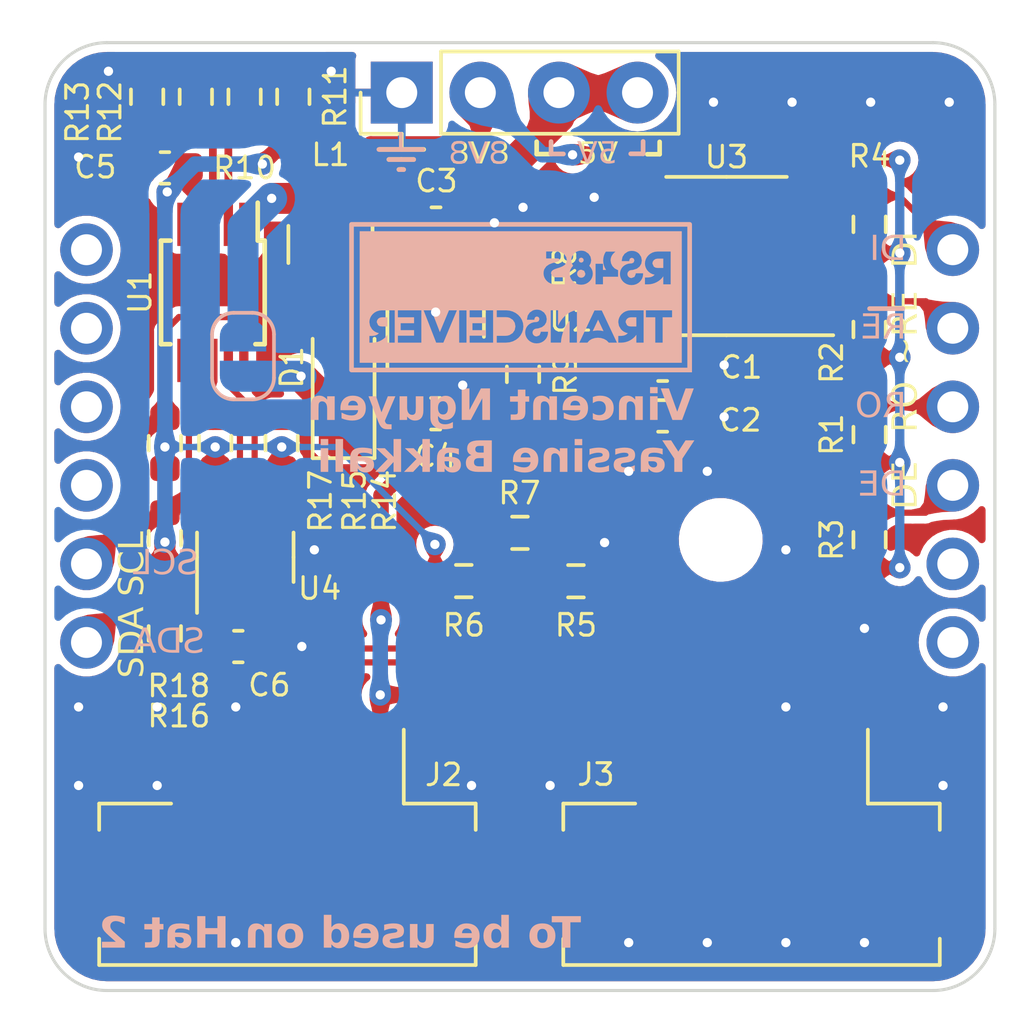
<source format=kicad_pcb>
(kicad_pcb (version 20221018) (generator pcbnew)
  (title_block (title "RS485 Hat + Temperature sensor PCB") (date "2023-07-17") (rev "2") (company "EPFL Xplore") (comment 4 "Authors: Vincent Nguyen, Yassine Bakkali"))
  (layers (0 "F.Cu" signal) (31 "B.Cu" signal) (34 "B.Paste" user) (35 "F.Paste" user) (36 "B.SilkS" user "B.Silkscreen") (37 "F.SilkS" user "F.Silkscreen") (38 "B.Mask" user) (39 "F.Mask" user) (44 "Edge.Cuts" user))
  (net 0 "")
  (net 1 "+5V")
  (net 2 "+3V3")
  (net 7 "VDD")
  (net 9 "/RO")
  (net 10 "/~{RE}")
  (net 11 "/DE")
  (net 12 "GND")
  (net 14 "/DI")
  (net 15 "/FB")
  (net 16 "/SW")
  (net 17 "/RS485-")
  (net 18 "/RS485+")
  (net 19 "/SDAOUT")
  (net 20 "/SCLOUT")
  (net 21 "/XORL")
  (net 22 "/XORH")
  (net 25 "/SCL")
  (net 26 "/SDA")
  (net 27 "+20V")
  (footprint "Resistor_SMD:R_0603_1608Metric" (layer "F.Cu") (at 96.975301 47.889978 -90)
    (fp_text reference "R12")
    (fp_text value "1M")
  )
  (footprint "Connector_JST:JST_PH_B4B-PH-SM4-TB_1x04-1MP_P2.00mm_Vertical" (layer "F.Cu") (at 99.935001 71.60542 180)
    (fp_text reference "J2")
    (fp_text value "B4B-PH-SM4-TB")
  )
  (footprint "Connector_JST:JST_PH_B4B-PH-SM4-TB_1x04-1MP_P2.00mm_Vertical" (layer "F.Cu") (at 114.935001 71.60542 180)
    (fp_text reference "J3")
    (fp_text value "B4B-PH-SM4-TB")
  )
  (footprint "Resistor_SMD:R_0603_1608Metric" (layer "F.Cu") (at 95.972501 65.24292 90)
    (fp_text reference "R16")
    (fp_text value "200R")
  )
  (footprint "Resistor_SMD:R_0603_1608Metric" (layer "F.Cu") (at 97.600301 59.089978 90)
    (fp_text reference "R15")
    (fp_text value "10k")
  )
  (footprint "Capacitor_SMD:C_0603_1608Metric_Pad1.08x0.95mm_HandSolder" (layer "F.Cu") (at 104.737801 51.974978)
    (fp_text reference "C3")
    (fp_text value "1uF")
  )
  (footprint "Resistor_SMD:R_0603_1608Metric_Pad0.98x0.95mm_HandSolder" (layer "F.Cu") (at 109.260001 63.55542 180)
    (fp_text reference "R5")
    (fp_text value "20k")
  )
  (footprint "Resistor_SMD:R_0603_1608Metric_Pad0.98x0.95mm_HandSolder" (layer "F.Cu") (at 107.550301 56.864978 90)
    (fp_text reference "R9")
    (fp_text value "76k8")
  )
  (footprint "Resistor_SMD:R_0603_1608Metric" (layer "F.Cu") (at 95.975301 59.089978 90)
    (fp_text reference "R17")
    (fp_text value "DNP")
  )
  (footprint "Capacitor_SMD:C_0603_1608Metric" (layer "F.Cu") (at 98.347501 65.66792)
    (fp_text reference "C6")
    (fp_text value "0.1uF")
  )
  (footprint "Resistor_SMD:R_0603_1608Metric" (layer "F.Cu") (at 95.975301 62.164978 90)
    (fp_text reference "R18")
    (fp_text value "DNP")
  )
  (footprint "Diode_SMD:D_SOD-123F" (layer "F.Cu") (at 101.750301 57.364978 90)
    (fp_text reference "D1")
    (fp_text value "RB161MM-20TR")
  )
  (footprint "0_connectors:Hat_connector_hole" (layer "F.Cu") (at 107.440001 56.64542)
    (fp_text reference "J1" hide)
    (fp_text value "Hat_connector_hole")
  )
  (footprint "Resistor_SMD:R_0603_1608Metric_Pad0.98x0.95mm_HandSolder" (layer "F.Cu") (at 107.550301 53.389978 90)
    (fp_text reference "R8")
    (fp_text value "5k1")
  )
  (footprint "Package_SO:SOIC-8_3.9x4.9mm_P1.27mm" (layer "F.Cu") (at 114.125301 53.039978 180)
    (fp_text reference "U3")
    (fp_text value "MAX3486")
  )
  (footprint "Resistor_SMD:R_0603_1608Metric_Pad0.98x0.95mm_HandSolder" (layer "F.Cu") (at 118.750301 52.014978 90)
    (fp_text reference "R4")
    (fp_text value "10k")
  )
  (footprint "Resistor_SMD:R_0603_1608Metric" (layer "F.Cu") (at 98.550301 47.889978 -90)
    (fp_text reference "R10")
    (fp_text value "1M")
  )
  (footprint "Resistor_SMD:R_0603_1608Metric_Pad0.98x0.95mm_HandSolder" (layer "F.Cu") (at 118.750301 55.414978 90)
    (fp_text reference "R2")
    (fp_text value "10k")
  )
  (footprint "Capacitor_SMD:C_0603_1608Metric" (layer "F.Cu") (at 95.975301 50.189978 180)
    (fp_text reference "C5")
    (fp_text value "0.1uF")
  )
  (footprint "Resistor_SMD:R_0603_1608Metric_Pad0.98x0.95mm_HandSolder" (layer "F.Cu") (at 107.450001 61.99042 180)
    (fp_text reference "R7")
    (fp_text value "120R")
  )
  (footprint "Resistor_SMD:R_0603_1608Metric" (layer "F.Cu") (at 100.125301 47.889978 90)
    (fp_text reference "R11")
    (fp_text value "523k")
  )
  (footprint "Resistor_SMD:R_0603_1608Metric" (layer "F.Cu") (at 99.747501 59.089978 90)
    (fp_text reference "R14")
    (fp_text value "10k")
  )
  (footprint "Package_SO:MSOP-10_3x3mm_P0.5mm" (layer "F.Cu") (at 97.525301 54.214978 -90)
    (fp_text reference "U1")
    (fp_text value "LTC4316")
  )
  (footprint "Capacitor_SMD:C_0603_1608Metric_Pad1.08x0.95mm_HandSolder" (layer "F.Cu") (at 112.062801 56.569978)
    (fp_text reference "C1")
    (fp_text value "0.1uF")
  )
  (footprint "Resistor_SMD:R_0603_1608Metric" (layer "F.Cu") (at 95.400301 47.889978 90)
    (fp_text reference "R13")
    (fp_text value "523k")
  )
  (footprint "Capacitor_SMD:C_0603_1608Metric_Pad1.08x0.95mm_HandSolder" (layer "F.Cu") (at 112.062801 58.209978)
    (fp_text reference "C2")
    (fp_text value "10uF")
  )
  (footprint "Inductor_SMD:L_1210_3225Metric_Pad1.42x2.65mm_HandSolder" (layer "F.Cu") (at 101.325301 52.664978 -90)
    (fp_text reference "L1")
    (fp_text value "10uH")
  )
  (footprint "Package_TO_SOT_SMD:SOT-23-5" (layer "F.Cu") (at 98.572501 62.78042 90)
    (fp_text reference "U4")
    (fp_text value "MCP9800A0T-M/OT")
  )
  (footprint "Resistor_SMD:R_0603_1608Metric_Pad0.98x0.95mm_HandSolder" (layer "F.Cu") (at 105.635001 63.55042 180)
    (fp_text reference "R6")
    (fp_text value "20k")
  )
  (footprint "Resistor_SMD:R_0603_1608Metric_Pad0.98x0.95mm_HandSolder" (layer "F.Cu") (at 118.750301 62.214978 90)
    (fp_text reference "R3")
    (fp_text value "10k")
  )
  (footprint "Capacitor_SMD:C_0603_1608Metric_Pad1.08x0.95mm_HandSolder" (layer "F.Cu") (at 104.725301 58.139978)
    (fp_text reference "C4")
    (fp_text value "1uF")
  )
  (footprint "Package_TO_SOT_SMD:SOT-23-5" (layer "F.Cu") (at 104.725301 54.852478 90)
    (fp_text reference "U2")
    (fp_text value "AP3012")
  )
  (footprint "Resistor_SMD:R_0603_1608Metric_Pad0.98x0.95mm_HandSolder" (layer "F.Cu") (at 118.750301 58.814978 90)
    (fp_text reference "R1")
    (fp_text value "10k")
  )
  (footprint "Jumper:SolderJumper-2_P1.3mm_Open_RoundedPad1.0x1.5mm" (layer "B.Cu") (at 98.5 56.275 -90)
    (fp_text reference "JP1" hide)
    (fp_text value "BOOST_BYPASS")
  )
  (footprint "kibuzzard-64B3FF95" (layer "B.Cu") (at 107.475301 54.364978 180)
    (fp_text reference "kibuzzard-64B3FF95" hide)
    (fp_text value "G***" hide)
  )
  (gr_line (start 103.540301 50.243728) (end 103.615301 50.243728) (stroke (width 0.15)) (layer "B.SilkS"))
  (gr_poly (pts (xy 102.006251 52.015928) (xy 102.006251 56.724978) (xy 112.935301 56.724978) (xy 112.935301 52.015928)) (stroke (width 0.15)) (fill none) (layer "B.SilkS"))
  (gr_line (start 118.750301 54.739978) (end 119.825301 54.739978) (stroke (width 0.15)) (layer "B.SilkS"))
  (gr_line (start 111.430301 49.333728) (end 111.430301 49.733728) (stroke (width 0.15)) (layer "B.SilkS"))
  (gr_line (start 102.890301 49.593728) (end 103.600301 49.593728) (stroke (width 0.15)) (layer "B.SilkS"))
  (gr_line (start 111.430301 49.733728) (end 111.030301 49.733728) (stroke (width 0.15)) (layer "B.SilkS"))
  (gr_line (start 103.600301 49.593728) (end 104.310301 49.593728) (stroke (width 0.15)) (layer "B.SilkS"))
  (gr_line (start 108.855301 49.738728) (end 108.455303 49.738728) (stroke (width 0.15)) (layer "B.SilkS"))
  (gr_line (start 103.690301 50.243728) (end 103.615301 50.243728) (stroke (width 0.15)) (layer "B.SilkS"))
  (gr_line (start 104.015301 49.918728) (end 103.615301 49.918728) (stroke (width 0.15)) (layer "B.SilkS"))
  (gr_line (start 108.455303 49.738728) (end 108.455302 49.338728) (stroke (width 0.15)) (layer "B.SilkS"))
  (gr_line (start 103.600301 49.593728) (end 103.600301 49.086228) (stroke (width 0.12)) (layer "B.SilkS"))
  (gr_line (start 103.215301 49.918728) (end 103.615301 49.918728) (stroke (width 0.15)) (layer "B.SilkS"))
  (gr_line (start 111.965 49.34792) (end 111.964999 49.74792) (stroke (width 0.15)) (layer "F.SilkS"))
  (gr_line (start 107.990001 49.74292) (end 107.990001 49.34292) (stroke (width 0.15)) (layer "F.SilkS"))
  (gr_line (start 111.964999 49.74792) (end 111.565001 49.74792) (stroke (width 0.15)) (layer "F.SilkS"))
  (gr_line (start 103.615001 49.91792) (end 104.015001 49.91792) (stroke (width 0.15)) (layer "F.SilkS"))
  (gr_line (start 103.630001 49.59292) (end 104.340001 49.59292) (stroke (width 0.15)) (layer "F.SilkS"))
  (gr_line (start 103.615001 50.24292) (end 103.540001 50.24292) (stroke (width 0.15)) (layer "F.SilkS"))
  (gr_line (start 103.615001 50.24292) (end 103.690001 50.24292) (stroke (width 0.15)) (layer "F.SilkS"))
  (gr_line (start 108.390001 49.74292) (end 107.990001 49.74292) (stroke (width 0.15)) (layer "F.SilkS"))
  (gr_line (start 102.920001 49.59292) (end 103.630001 49.59292) (stroke (width 0.15)) (layer "F.SilkS"))
  (gr_line (start 103.615001 49.91792) (end 103.215001 49.91792) (stroke (width 0.15)) (layer "F.SilkS"))
  (gr_line (start 103.630001 49.08542) (end 103.630001 49.59292) (stroke (width 0.12)) (layer "F.SilkS"))
  (gr_arc (start 94.100301 76.789978) (mid 92.686087 76.204192) (end 92.100301 74.789978) (stroke (width 0.1)) (layer "Edge.Cuts"))
  (gr_arc (start 92.100301 48.139978) (mid 92.686087 46.725764) (end 94.100301 46.139978) (stroke (width 0.1)) (layer "Edge.Cuts"))
  (gr_line (start 120.800301 76.789978) (end 94.100301 76.789978) (stroke (width 0.1)) (layer "Edge.Cuts"))
  (gr_arc (start 122.800301 74.789978) (mid 122.214515 76.204192) (end 120.800301 76.789978) (stroke (width 0.1)) (layer "Edge.Cuts"))
  (gr_arc (start 120.800301 46.139978) (mid 122.214515 46.725764) (end 122.800301 48.139978) (stroke (width 0.1)) (layer "Edge.Cuts"))
  (gr_line (start 122.800301 48.139978) (end 122.800301 74.789978) (stroke (width 0.1)) (layer "Edge.Cuts"))
  (gr_line (start 94.100301 46.139978) (end 120.800301 46.139978) (stroke (width 0.1)) (layer "Edge.Cuts"))
  (gr_line (start 92.100301 74.789978) (end 92.100301 48.139978) (stroke (width 0.1)) (layer "Edge.Cuts"))
  (gr_text "5V" (at 109.940301 49.746228) (layer "B.SilkS") (effects (font (size 0.7 0.7) (thickness 0.1)) (justify mirror)))
  (gr_text "To be used on Hat 2" (at 109.425301 74.989978) (layer "B.SilkS") (effects (font (size 1 1) (thickness 0.16) bold) (justify left mirror)))
  (gr_text "3V3" (at 106.090301 49.756228) (layer "B.SilkS") (effects (font (size 0.7 0.7) (thickness 0.1)) (justify mirror)))
  (gr_text "Vincent Nguyen\nYassine Bakkali" (at 113.075301 58.764978) (layer "B.SilkS") (effects (font (size 1 1) (thickness 0.16) bold) (justify left mirror)))
  (gr_text "3V3" (at 106.170001 49.75542) (layer "F.SilkS") (effects (font (size 0.7 0.7) (thickness 0.1))))
  (gr_text "DE" (at 119.940001 60.45542 90) (layer "F.SilkS") (effects (font (size 0.8 0.8) (thickness 0.1))))
  (gr_text "RO" (at 119.940001 57.91542 90) (layer "F.SilkS") (effects (font (size 0.8 0.8) (thickness 0.1))))
  (gr_text "5V" (at 109.980001 49.75542) (layer "F.SilkS") (effects (font (size 0.7 0.7) (thickness 0.1))))
  (segment (start 105.175301 52.789978) (end 104.075301 52.789978) (width 0.2) (layer "F.Cu") (net 1))
  (segment (start 104.390301 50.799978) (end 103.875301 51.314978) (width 1) (layer "F.Cu") (net 1))
  (segment (start 108.710001 47.75542) (end 111.250001 47.75542) (width 1) (layer "F.Cu") (net 1))
  (segment (start 105.675301 53.289978) (end 105.300301 52.914978) (width 0.2) (layer "F.Cu") (net 1))
  (segment (start 103.875301 51.314978) (end 103.875301 51.974978) (width 1) (layer "F.Cu") (net 1))
  (segment (start 105.675301 53.714978) (end 105.675301 53.289978) (width 0.2) (layer "F.Cu") (net 1))
  (segment (start 108.710001 47.75542) (end 108.710001 48.555278) (width 1) (layer "F.Cu") (net 1))
  (segment (start 105.300301 52.914978) (end 105.175301 52.789978) (width 0.2) (layer "F.Cu") (net 1))
  (segment (start 101.322823 51.175) (end 101.325301 51.177478) (width 1) (layer "F.Cu") (net 1))
  (segment (start 108.710001 48.555278) (end 106.465301 50.799978) (width 1) (layer "F.Cu") (net 1))
  (segment (start 99.425 51.175) (end 101.322823 51.175) (width 1) (layer "F.Cu") (net 1))
  (segment (start 106.465301 50.799978) (end 104.390301 50.799978) (width 1) (layer "F.Cu") (net 1))
  (via (at 99.425 51.175) (size 0.7) (drill 0.3) (layers "F.Cu" "B.Cu") (net 1))
  (segment (start 98.5 52.1) (end 99.425 51.175) (width 1) (layer "B.Cu") (net 1))
  (segment (start 98.5 55.625) (end 98.5 52.1) (width 1) (layer "B.Cu") (net 1))
  (segment (start 97.600301 59.914978) (end 97.600301 59.214478) (width 0.2) (layer "F.Cu") (net 2))
  (segment (start 98.550301 47.064978) (end 99.400301 47.914978) (width 0.3) (layer "F.Cu") (net 2))
  (segment (start 102.400301 49.639978) (end 101.550301 49.639978) (width 0.5) (layer "F.Cu") (net 2))
  (segment (start 102.625301 49.414978) (end 102.400301 49.639978) (width 0.5) (layer "F.Cu") (net 2))
  (segment (start 113.925301 49.939978) (end 113.150301 49.939978) (width 0.3) (layer "F.Cu") (net 2))
  (segment (start 119.725301 49.939978) (end 113.925301 49.939978) (width 0.3) (layer "F.Cu") (net 2))
  (segment (start 111.650301 56.119978) (end 111.200301 56.569978) (width 0.3) (layer "F.Cu") (net 2))
  (segment (start 106.170001 49.169633) (end 106.170001 47.75542) (width 0.5) (layer "F.Cu") (net 2))
  (segment (start 101.550301 48.339978) (end 101.550301 48.989978) (width 0.3) (layer "F.Cu") (net 2))
  (segment (start 118.750301 59.727478) (end 119.712801 59.727478) (width 0.2) (layer "F.Cu") (net 2))
  (segment (start 119.712801 56.327478) (end 119.725301 56.314978) (width 0.2) (layer "F.Cu") (net 2))
  (segment (start 118.750301 56.327478) (end 119.712801 56.327478) (width 0.2) (layer "F.Cu") (net 2))
  (segment (start 96.750301 50.789978) (end 96.862801 50.902478) (width 0.5) (layer "F.Cu") (net 2))
  (segment (start 111.650301 54.944978) (end 111.650301 56.119978) (width 0.3) (layer "F.Cu") (net 2))
  (segment (start 97.025301 51.064978) (end 96.862801 50.902478) (width 0.3) (layer "F.Cu") (net 2))
  (segment (start 101.625301 49.414978) (end 102.625301 49.414978) (width 0.3) (layer "F.Cu") (net 2))
  (segment (start 119.712801 59.727478) (end 119.725301 59.714978) (width 0.2) (layer "F.Cu") (net 2))
  (segment (start 97.025301 52.014978) (end 96.525301 52.014978) (width 0.2) (layer "F.Cu") (net 2))
  (segment (start 101.250301 49.639978) (end 101.550301 49.339978) (width 0.3) (layer "F.Cu") (net 2))
  (segment (start 96.750301 50.264978) (end 96.050301 50.964978) (width 0.5) (layer "F.Cu") (net 2))
  (segment (start 100.425301 49.639978) (end 99.550301 49.639978) (width 0.5) (layer "F.Cu") (net 2))
  (segment (start 97.025301 52.014978) (end 97.025301 51.064978) (width 0.3) (layer "F.Cu") (net 2))
  (segment (start 104.700301 62.364978) (end 104.700301 63.52822) (width 0.2) (layer "F.Cu") (net 2))
  (segment (start 99.550301 49.639978) (end 99.125301 50.064978) (width 0.5) (layer "F.Cu") (net 2))
  (segment (start 101.550301 49.639978) (end 101.100301 49.639978) (width 0.5) (layer "F.Cu") (net 2))
  (segment (start 102.625301 49.414978) (end 105.924656 49.414978) (width 0.5) (layer "F.Cu") (net 2))
  (segment (start 111.200301 56.569978) (end 111.200301 58.209978) (width 0.3) (layer "F.Cu") (net 2))
  (segment (start 109.150301 49.764978) (end 112.975301 49.764978) (width 0.5) (layer "F.Cu") (net 2))
  (segment (start 104.700301 63.52822) (end 104.722501 63.55042) (width 0.2) (layer "F.Cu") (net 2))
  (segment (start 119.712801 52.927478) (end 119.725301 52.939978) (width 0.2) (layer "F.Cu") (net 2))
  (segment (start 101.100301 49.639978) (end 100.425301 49.639978) (width 0.5) (layer "F.Cu") (net 2))
  (segment (start 101.125301 47.914978) (end 101.550301 48.339978) (width 0.3) (layer "F.Cu") (net 2))
  (segment (start 101.550301 48.989978) (end 101.550301 49.639978) (width 0.3) (layer "F.Cu") (net 2))
  (segment (start 101.550301 49.339978) (end 101.625301 49.414978) (width 0.3) (layer "F.Cu") (net 2))
  (segment (start 119.712801 63.127478) (end 119.725301 63.114978) (width 0.2) (layer "F.Cu") (net 2))
  (segment (start 113.700301 49.939978) (end 113.425301 50.214978) (width 0.3) (layer "F.Cu") (net 2))
  (segment (start 113.425301 54.389978) (end 112.870301 54.944978) (width 0.5) (layer "F.Cu") (net 2))
  (segment (start 118.750301 63.127478) (end 119.712801 63.127478) (width 0.2) (layer "F.Cu") (net 2))
  (segment (start 101.550301 48.989978) (end 101.550301 49.339978) (width 0.3) (layer "F.Cu") (net 2))
  (segment (start 101.100301 49.639978) (end 101.250301 49.639978) (width 0.3) (layer "F.Cu") (net 2))
  (segment (start 96.750301 50.189978) (end 96.750301 50.264978) (width 0.5) (layer "F.Cu") (net 2))
  (segment (start 95.972501 64.41792) (end 95.972501 62.992778) (width 0.5) (layer "F.Cu") (net 2))
  (segment (start 99.597501 59.417278) (end 99.600301 59.414478) (width 0.2) (layer "F.Cu") (net 2))
  (segment (start 105.924656 49.414978) (end 106.170001 49.169633) (width 0.5) (layer "F.Cu") (net 2))
  (segment (start 95.972501 62.992778) (end 95.975301 62.989978) (width 0.5) (layer "F.Cu") (net 2))
  (segment (start 113.925301 49.939978) (end 113.700301 49.939978) (width 0.3) (layer "F.Cu") (net 2))
  (segment (start 95.975301 59.914978) (end 95.975301 59.214478) (width 0.2) (layer "F.Cu") (net 2))
  (segment (start 113.150301 49.939978) (end 112.975301 49.764978) (width 0.3) (layer "F.Cu") (net 2))
  (segment (start 113.425301 50.214978) (end 113.425301 54.389978) (width 0.5) (layer "F.Cu") (net 2))
  (segment (start 118.750301 52.927478) (end 119.712801 52.927478) (width 0.2) (layer "F.Cu") (net 2))
  (segment (start 99.597501 60.114978) (end 99.597501 59.417278) (width 0.2) (layer "F.Cu") (net 2))
  (segment (start 99.400301 47.914978) (end 101.125301 47.914978) (width 0.3) (layer "F.Cu") (net 2))
  (segment (start 96.750301 50.189978) (end 96.750301 50.789978) (width 0.5) (layer "F.Cu") (net 2))
  (segment (start 112.870301 54.944978) (end 111.650301 54.944978) (width 0.5) (layer "F.Cu") (net 2))
  (segment (start 95.975301 62.989978) (end 95.975301 62.289478) (width 0.5) (layer "F.Cu") (net 2))
  (segment (start 112.975301 49.764978) (end 113.425301 50.214978) (width 0.5) (layer "F.Cu") (net 2))
  (segment (start 96.975301 47.064978) (end 98.550301 47.064978) (width 0.3) (layer "F.Cu") (net 2))
  (via (at 119.725301 59.714978) (size 0.7) (drill 0.3) (layers "F.Cu" "B.Cu") (net 2))
  (via (at 99.125301 50.064978) (size 0.7) (drill 0.3) (layers "F.Cu" "B.Cu") (net 2))
  (via (at 119.725301 49.939978) (size 0.7) (drill 0.3) (layers "F.Cu" "B.Cu") (net 2))
  (via (at 119.725301 63.114978) (size 0.7) (drill 0.3) (layers "F.Cu" "B.Cu") (net 2))
  (via (at 119.725301 56.314978) (size 0.7) (drill 0.3) (layers "F.Cu" "B.Cu") (net 2))
  (via (at 99.750301 59.214478) (size 0.7) (drill 0.3) (layers "F.Cu" "B.Cu") (net 2))
  (via (at 104.700301 62.364978) (size 0.7) (drill 0.3) (layers "F.Cu" "B.Cu") (net 2))
  (via (at 95.975301 59.214478) (size 0.7) (drill 0.3) (layers "F.Cu" "B.Cu") (net 2))
  (via (at 109.150301 49.764978) (size 0.7) (drill 0.3) (layers "F.Cu" "B.Cu") (net 2))
  (via (at 96.050301 50.964978) (size 0.7) (drill 0.3) (layers "F.Cu" "B.Cu") (net 2))
  (via (at 95.975301 62.289478) (size 0.7) (drill 0.3) (layers "F.Cu" "B.Cu") (net 2))
  (via (at 97.600301 59.214478) (size 0.7) (drill 0.3) (layers "F.Cu" "B.Cu") (net 2))
  (via (at 119.725301 52.939978) (size 0.7) (drill 0.3) (layers "F.Cu" "B.Cu") (net 2))
  (segment (start 95.975301 59.214478) (end 97.600301 59.214478) (width 0.2) (layer "B.Cu") (net 2))
  (segment (start 95.975301 62.289478) (end 95.975301 59.214478) (width 0.5) (layer "B.Cu") (net 2))
  (segment (start 99.750301 59.214478) (end 101.549801 59.214478) (width 0.2) (layer "B.Cu") (net 2))
  (segment (start 99.750301 59.214478) (end 97.600301 59.214478) (width 0.2) (layer "B.Cu") (net 2))
  (segment (start 101.549801 59.214478) (end 104.700301 62.364978) (width 0.2) (layer "B.Cu") (net 2))
  (segment (start 119.725301 56.314978) (end 119.725301 52.939978) (width 0.3) (layer "B.Cu") (net 2))
  (segment (start 108.179559 49.764978) (end 109.150301 49.764978) (width 0.5) (layer "B.Cu") (net 2))
  (segment (start 119.725301 63.114978) (end 119.725301 59.714978) (width 0.3) (layer "B.Cu") (net 2))
  (segment (start 95.975301 51.039978) (end 95.975301 59.214478) (width 0.5) (layer "B.Cu") (net 2))
  (segment (start 96.950301 50.064978) (end 96.050301 50.964978) (width 0.5) (layer "B.Cu") (net 2))
  (segment (start 119.725301 52.939978) (end 119.725301 49.939978) (width 0.3) (layer "B.Cu") (net 2))
  (segment (start 119.725301 59.714978) (end 119.725301 56.314978) (width 0.3) (layer "B.Cu") (net 2))
  (segment (start 96.050301 50.964978) (end 95.975301 51.039978) (width 0.5) (layer "B.Cu") (net 2))
  (segment (start 106.170001 47.75542) (end 108.179559 49.764978) (width 0.5) (layer "B.Cu") (net 2))
  (segment (start 99.125301 50.064978) (end 96.950301 50.064978) (width 0.5) (layer "B.Cu") (net 2))
  (segment (start 97.572501 63.96792) (end 97.622501 63.91792) (width 0.5) (layer "F.Cu") (net 7))
  (segment (start 97.572501 65.66792) (end 97.572501 63.96792) (width 0.5) (layer "F.Cu") (net 7))
  (segment (start 96.372501 65.66792) (end 95.972501 66.06792) (width 0.5) (layer "F.Cu") (net 7))
  (segment (start 97.572501 65.66792) (end 96.372501 65.66792) (width 0.5) (layer "F.Cu") (net 7))
  (segment (start 116.600301 57.314978) (end 117.187801 57.902478) (width 0.2) (layer "F.Cu") (net 9))
  (segment (start 118.763243 57.91542) (end 121.440001 57.91542) (width 0.2) (layer "F.Cu") (net 9))
  (segment (start 116.600301 54.944978) (end 116.600301 57.314978) (width 0.2) (layer "F.Cu") (net 9))
  (segment (start 118.750301 57.902478) (end 118.763243 57.91542) (width 0.2) (layer "F.Cu") (net 9))
  (segment (start 117.187801 57.902478) (end 118.750301 57.902478) (width 0.2) (layer "F.Cu") (net 9))
  (segment (start 120.567059 54.502478) (end 121.440001 55.37542) (width 0.2) (layer "F.Cu") (net 10))
  (segment (start 117.922801 53.674978) (end 118.750301 54.502478) (width 0.2) (layer "F.Cu") (net 10))
  (segment (start 118.750301 54.502478) (end 120.567059 54.502478) (width 0.2) (layer "F.Cu") (net 10))
  (segment (start 116.600301 53.674978) (end 117.922801 53.674978) (width 0.2) (layer "F.Cu") (net 10))
  (segment (start 120.555443 61.339978) (end 118.787801 61.339978) (width 0.2) (layer "F.Cu") (net 11))
  (segment (start 118.787801 61.339978) (end 118.750301 61.302478) (width 0.2) (layer "F.Cu") (net 11))
  (segment (start 115.485301 52.404978) (end 115.050301 52.839978) (width 0.2) (layer "F.Cu") (net 11))
  (segment (start 116.600301 52.404978) (end 115.485301 52.404978) (width 0.2) (layer "F.Cu") (net 11))
  (segment (start 116.737801 61.302478) (end 118.750301 61.302478) (width 0.2) (layer "F.Cu") (net 11))
  (segment (start 115.050301 59.614978) (end 116.737801 61.302478) (width 0.2) (layer "F.Cu") (net 11))
  (segment (start 115.050301 52.839978) (end 115.050301 59.614978) (width 0.2) (layer "F.Cu") (net 11))
  (segment (start 121.440001 60.45542) (end 120.555443 61.339978) (width 0.2) (layer "F.Cu") (net 11))
  (segment (start 105.587801 58.139978) (end 105.587801 57.227478) (width 0.5) (layer "F.Cu") (net 12))
  (segment (start 107.550301 52.477478) (end 107.550301 51.464978) (width 0.5) (layer "F.Cu") (net 12))
  (segment (start 106.615301 51.974978) (end 106.625301 51.964978) (width 0.5) (layer "F.Cu") (net 12))
  (segment (start 104.725301 55.989978) (end 104.725301 54.852478) (width 0.5) (layer "F.Cu") (net 12))
  (segment (start 105.600301 51.974978) (end 106.615301 51.974978) (width 0.5) (layer "F.Cu") (net 12))
  (segment (start 105.587801 57.227478) (end 105.600301 57.214978) (width 0.5) (layer "F.Cu") (net 12))
  (via (at 107.550301 51.464978) (size 0.7) (drill 0.3) (layers "F.Cu" "B.Cu") (net 12))
  (via (at 110.965001 75.24042) (size 0.7) (drill 0.3) (layers "F.Cu" "B.Cu") (net 12))
  (via (at 108.425001 70.16042) (size 0.7) (drill 0.3) (layers "F.Cu" "B.Cu") (net 12))
  (via (at 114.050301 58.239978) (size 0.7) (drill 0.3) (layers "F.Cu" "B.Cu") (net 12))
  (via (at 93.185001 49.84042) (size 0.7) (drill 0.3) (layers "F.Cu" "B.Cu") (net 12))
  (via (at 100.805001 62.54042) (size 0.7) (drill 0.3) (layers "F.Cu" "B.Cu") (net 12))
  (via (at 105.600301 57.214978) (size 0.7) (drill 0.3) (layers "F.Cu" "B.Cu") (net 12))
  (via (at 118.585001 65.08042) (size 0.7) (drill 0.3) (layers "F.Cu" "B.Cu") (net 12))
  (via (at 93.185001 70.16042) (size 0.7) (drill 0.3) (layers "F.Cu" "B.Cu") (net 12))
  (via (at 114.050301 56.564978) (size 0.7) (drill 0.3) (layers "F.Cu" "B.Cu") (net 12))
  (via (at 95.725001 67.62042) (size 0.7) (drill 0.3) (layers "F.Cu" "B.Cu") (net 12))
  (via (at 118.585001 75.24042) (size 0.7) (drill 0.3) (layers "F.Cu" "B.Cu") (net 12))
  (via (at 121.325301 48.064978) (size 0.7) (drill 0.3) (layers "F.Cu" "B.Cu") (net 12))
  (via (at 116.045001 67.62042) (size 0.7) (drill 0.3) (layers "F.Cu" "B.Cu") (net 12))
  (via (at 106.625301 51.964978) (size 0.7) (drill 0.3) (layers "F.Cu" "B.Cu") (net 12))
  (via (at 101.350301 47.064978) (size 0.7) (drill 0.3) (layers "F.Cu" "B.Cu") (net 12))
  (via (at 116.245301 48.064978) (size 0.7) (drill 0.3) (layers "F.Cu" "B.Cu") (net 12))
  (via (at 113.705301 48.064978) (size 0.7) (drill 0.3) (layers "F.Cu" "B.Cu") (net 12))
  (via (at 104.725301 54.852478) (size 0.7) (drill 0.3) (layers "F.Cu" "B.Cu") (net 12))
  (via (at 105.885001 70.16042) (size 0.7) (drill 0.3) (layers "F.Cu" "B.Cu") (net 12))
  (via (at 98.265001 75.24042) (size 0.7) (drill 0.3) (layers "F.Cu" "B.Cu") (net 12))
  (via (at 116.045001 62.54042) (size 0.7) (drill 0.3) (layers "F.Cu" "B.Cu") (net 12))
  (via (at 113.505001 60.00042) (size 0.7) (drill 0.3) (layers "F.Cu" "B.Cu") (net 12))
  (via (at 94.150301 47.064978) (size 0.7) (drill 0.3) (layers "F.Cu" "B.Cu") (net 12))
  (via (at 110.185001 62.30542) (size 0.7) (drill 0.3) (layers "F.Cu" "B.Cu") (net 12))
  (via (at 100.400301 65.664978) (size 0.7) (drill 0.3) (layers "F.Cu" "B.Cu") (net 12))
  (via (at 121.125001 70.16042) (size 0.7) (drill 0.3) (layers "F.Cu" "B.Cu") (net 12))
  (via (at 118.785301 48.064978) (size 0.7) (drill 0.3) (layers "F.Cu" "B.Cu") (net 12))
  (via (at 110.965001 60.00042) (size 0.7) (drill 0.3) (layers "F.Cu" "B.Cu") (net 12))
  (via (at 121.125001 67.62042) (size 0.7) (drill 0.3) (layers "F.Cu" "B.Cu") (net 12))
  (via (at 95.725001 70.16042) (size 0.7) (drill 0.3) (layers "F.Cu" "B.Cu") (net 12))
  (via (at 93.185001 67.62042) (size 0.7) (drill 0.3) (layers "F.Cu" "B.Cu") (net 12))
  (via (at 113.505001 75.24042) (size 0.7) (drill 0.3) (layers "F.Cu" "B.Cu") (net 12))
  (via (at 98.265001 67.62042) (size 0.7) (drill 0.3) (layers "F.Cu" "B.Cu") (net 12))
  (via (at 109.850301 51.139978) (size 0.7) (drill 0.3) (layers "F.Cu" "B.Cu") (net 12))
  (via (at 116.045001 75.24042) (size 0.7) (drill 0.3) (layers "F.Cu" "B.Cu") (net 12))
  (segment (start 119.707059 51.102478) (end 121.440001 52.83542) (width 0.2) (layer "F.Cu") (net 14))
  (segment (start 118.717801 51.134978) (end 118.750301 51.102478) (width 0.2) (layer "F.Cu") (net 14))
  (segment (start 116.600301 51.134978) (end 118.717801 51.134978) (width 0.2) (layer "F.Cu") (net 14))
  (segment (start 118.750301 51.102478) (end 119.707059 51.102478) (width 0.2) (layer "F.Cu") (net 14))
  (segment (start 107.550301 55.952478) (end 107.550301 54.302478) (width 0.2) (layer "F.Cu") (net 15))
  (segment (start 107.550301 55.952478) (end 105.712801 55.952478) (width 0.2) (layer "F.Cu") (net 15))
  (segment (start 105.712801 55.952478) (end 105.675301 55.989978) (width 0.2) (layer "F.Cu") (net 15))
  (segment (start 107.675002 61.302921) (end 107.675002 60.633477) (width 0.2) (layer "F.Cu") (net 17))
  (segment (start 100.160002 71.880419) (end 100.935001 71.10542) (width 0.2) (layer "F.Cu") (net 17))
  (segment (start 100.160002 68.273477) (end 100.160002 70.330421) (width 0.2) (layer "F.Cu") (net 17))
  (segment (start 107.675002 60.633477) (end 109.950301 58.358178) (width 0.2) (layer "F.Cu") (net 17))
  (segment (start 114.228201 66.85542) (end 109.366801 66.85542) (width 0.2) (layer "F.Cu") (net 17))
  (segment (start 100.160002 74.562221) (end 100.160002 71.880419) (width 0.2) (layer "F.Cu") (net 17))
  (segment (start 115.935001 71.10542) (end 115.160002 70.330421) (width 0.2) (layer "F.Cu") (net 17))
  (segment (start 110.2935 53.264979) (end 111.240302 53.264979) (width 0.2) (layer "F.Cu") (net 17))
  (segment (start 109.950301 53.608178) (end 110.2935 53.264979) (width 0.2) (layer "F.Cu") (net 17))
  (segment (start 107.687502 65.146119) (end 106.653201 66.18042) (width 0.2) (layer "F.Cu") (net 17))
  (segment (start 107.235001 74.76222) (end 106.641801 75.35542) (width 0.2) (layer "F.Cu") (net 17))
  (segment (start 107.235001 68.98722) (end 107.235001 74.76222) (width 0.2) (layer "F.Cu") (net 17))
  (segment (start 109.950301 58.358178) (end 109.950301 53.608178) (width 0.2) (layer "F.Cu") (net 17))
  (segment (start 108.347501 63.55542) (end 108.347501 62.00542) (width 0.2) (layer "F.Cu") (net 17))
  (segment (start 111.240302 53.264979) (end 111.650301 53.674978) (width 0.2) (layer "F.Cu") (net 17))
  (segment (start 108.347501 62.00542) (end 108.362501 61.99042) (width 0.2) (layer "F.Cu") (net 17))
  (segment (start 109.366801 66.85542) (end 107.235001 68.98722) (width 0.2) (layer "F.Cu") (net 17))
  (segment (start 100.953201 75.35542) (end 100.160002 74.562221) (width 0.2) (layer "F.Cu") (net 17))
  (segment (start 106.653201 66.18042) (end 102.253059 66.18042) (width 0.2) (layer "F.Cu") (net 17))
  (segment (start 102.253059 66.18042) (end 100.160002 68.273477) (width 0.2) (layer "F.Cu") (net 17))
  (segment (start 100.160002 70.330421) (end 100.935001 71.10542) (width 0.2) (layer "F.Cu") (net 17))
  (segment (start 107.687502 64.215419) (end 107.687502 65.146119) (width 0.2) (layer "F.Cu") (net 17))
  (segment (start 115.160002 67.787221) (end 114.228201 66.85542) (width 0.2) (layer "F.Cu") (net 17))
  (segment (start 108.347501 63.55542) (end 107.687502 64.215419) (width 0.2) (layer "F.Cu") (net 17))
  (segment (start 108.362501 61.99042) (end 107.675002 61.302921) (width 0.2) (layer "F.Cu") (net 17))
  (segment (start 115.160002 70.330421) (end 115.160002 67.787221) (width 0.2) (layer "F.Cu") (net 17))
  (segment (start 106.641801 75.35542) (end 100.953201 75.35542) (width 0.2) (layer "F.Cu") (net 17))
  (segment (start 110.107102 52.814977) (end 111.240302 52.814977) (width 0.2) (layer "F.Cu") (net 18))
  (segment (start 107.225 61.302921) (end 107.225 60.447079) (width 0.2) (layer "F.Cu") (net 18))
  (segment (start 114.041801 67.30542) (end 109.553201 67.30542) (width 0.2) (layer "F.Cu") (net 18))
  (segment (start 113.935001 71.10542) (end 114.71 70.330421) (width 0.2) (layer "F.Cu") (net 18))
  (segment (start 114.71 67.973619) (end 114.041801 67.30542) (width 0.2) (layer "F.Cu") (net 18))
  (segment (start 107.2375 64.240419) (end 107.2375 64.959721) (width 0.2) (layer "F.Cu") (net 18))
  (segment (start 107.2375 64.959721) (end 106.466801 65.73042) (width 0.2) (layer "F.Cu") (net 18))
  (segment (start 106.466801 65.73042) (end 102.066659 65.73042) (width 0.2) (layer "F.Cu") (net 18))
  (segment (start 107.685001 74.94862) (end 106.828201 75.80542) (width 0.2) (layer "F.Cu") (net 18))
  (segment (start 109.500301 53.421778) (end 110.107102 52.814977) (width 0.2) (layer "F.Cu") (net 18))
  (segment (start 107.685001 69.17362) (end 107.685001 74.94862) (width 0.2) (layer "F.Cu") (net 18))
  (segment (start 102.066659 65.73042) (end 99.71 68.087079) (width 0.2) (layer "F.Cu") (net 18))
  (segment (start 109.553201 67.30542) (end 107.685001 69.17362) (width 0.2) (layer "F.Cu") (net 18))
  (segment (start 99.71 71.880419) (end 98.935001 71.10542) (width 0.2) (layer "F.Cu") (net 18))
  (segment (start 106.828201 75.80542) (end 100.766801 75.80542) (width 0.2) (layer "F.Cu") (net 18))
  (segment (start 99.71 70.330421) (end 98.935001 71.10542) (width 0.2) (layer "F.Cu") (net 18))
  (segment (start 99.71 68.087079) (end 99.71 70.330421) (width 0.2) (layer "F.Cu") (net 18))
  (segment (start 106.547501 63.55042) (end 107.2375 64.240419) (width 0.2) (layer "F.Cu") (net 18))
  (segment (start 111.240302 52.814977) (end 111.650301 52.404978) (width 0.2) (layer "F.Cu") (net 18))
  (segment (start 106.547501 63.55042) (end 106.547501 62.00042) (width 0.2) (layer "F.Cu") (net 18))
  (segment (start 109.500301 58.171778) (end 109.500301 53.421778) (width 0.2) (layer "F.Cu") (net 18))
  (segment (start 106.547501 62.00042) (end 106.537501 61.99042) (width 0.2) (layer "F.Cu") (net 18))
  (segment (start 100.766801 75.80542) (end 99.71 74.748619) (width 0.2) (layer "F.Cu") (net 18))
  (segment (start 107.225 60.447079) (end 109.500301 58.171778) (width 0.2) (layer "F.Cu") (net 18))
  (segment (start 114.71 70.330421) (end 114.71 67.973619) (width 0.2) (layer "F.Cu") (net 18))
  (segment (start 106.537501 61.99042) (end 107.225 61.302921) (width 0.2) (layer "F.Cu") (net 18))
  (segment (start 99.71 74.748619) (end 99.71 71.880419) (width 0.2) (layer "F.Cu") (net 18))
  (segment (start 97.797359 61.64292) (end 97.622501 61.64292) (width 0.2) (layer "F.Cu") (net 19))
  (segment (start 98.400301 58.689978) (end 98.400301 61.039978) (width 0.2) (layer "F.Cu") (net 19))
  (segment (start 98.400301 61.039978) (end 97.797359 61.64292) (width 0.2) (layer "F.Cu") (net 19))
  (segment (start 97.525301 58.189978) (end 97.600301 58.264978) (width 0.2) (layer "F.Cu") (net 19))
  (segment (start 97.600301 58.264978) (end 97.975301 58.264978) (width 0.2) (layer "F.Cu") (net 19))
  (segment (start 97.975301 58.264978) (end 98.400301 58.689978) (width 0.2) (layer "F.Cu") (net 19))
  (segment (start 97.525301 56.414978) (end 97.525301 58.189978) (width 0.2) (layer "F.Cu") (net 19))
  (segment (start 99.300301 58.264978) (end 98.875301 58.689978) (width 0.2) (layer "F.Cu") (net 20))
  (segment (start 98.025301 57.214978) (end 99.075301 58.264978) (width 0.2) (layer "F.Cu") (net 20))
  (segment (start 98.875301 58.689978) (end 98.875301 60.99572) (width 0.2) (layer "F.Cu") (net 20))
  (segment (start 99.075301 58.264978) (end 99.747501 58.264978) (width 0.2) (layer "F.Cu") (net 20))
  (segment (start 98.875301 60.99572) (end 99.522501 61.64292) (width 0.2) (layer "F.Cu") (net 20))
  (segment (start 99.747501 58.264978) (end 99.300301 58.264978) (width 0.2) (layer "F.Cu") (net 20))
  (segment (start 98.025301 56.414978) (end 98.025301 57.214978) (width 0.2) (layer "F.Cu") (net 20))
  (segment (start 97.525301 49.264978) (end 96.975301 48.714978) (width 0.25) (layer "F.Cu") (net 21))
  (segment (start 97.525301 52.014978) (end 97.525301 49.264978) (width 0.25) (layer "F.Cu") (net 21))
  (segment (start 95.400301 48.714978) (end 96.975301 48.714978) (width 0.25) (layer "F.Cu") (net 21))
  (segment (start 98.550301 48.714978) (end 100.125301 48.714978) (width 0.25) (layer "F.Cu") (net 22))
  (segment (start 98.025301 52.014978) (end 98.025301 49.239978) (width 0.25) (layer "F.Cu") (net 22))
  (segment (start 98.025301 49.239978) (end 98.550301 48.714978) (width 0.25) (layer "F.Cu") (net 22))
  (segment (start 95.975301 58.264978) (end 94.875301 59.364978) (width 0.2) (layer "F.Cu") (net 25))
  (segment (start 94.875301 59.364978) (end 94.875301 61.56012) (width 0.2) (layer "F.Cu") (net 25))
  (segment (start 95.975301 55.464978) (end 95.975301 58.264978) (width 0.2) (layer "F.Cu") (net 25))
  (segment (start 98.525301 56.414978) (end 98.525301 55.364978) (width 0.2) (layer "F.Cu") (net 25))
  (segment (start 98.525301 55.364978) (end 98.175301 55.014978) (width 0.2) (layer "F.Cu") (net 25))
  (segment (start 96.425301 55.014978) (end 95.975301 55.464978) (width 0.2) (layer "F.Cu") (net 25))
  (segment (start 98.175301 55.014978) (end 96.425301 55.014978) (width 0.2) (layer "F.Cu") (net 25))
  (segment (start 94.875301 61.56012) (end 93.440001 62.99542) (width 0.2) (layer "F.Cu") (net 25))
  (segment (start 96.750301 57.932871) (end 96.750301 60.564978) (width 0.2) (layer "F.Cu") (net 26))
  (segment (start 95.975301 61.339978) (end 94.875301 62.439978) (width 0.2) (layer "F.Cu") (net 26))
  (segment (start 97.025301 56.414978) (end 97.025301 57.657871) (width 0.2) (layer "F.Cu") (net 26))
  (segment (start 94.875301 64.10012) (end 93.440001 65.53542) (width 0.2) (layer "F.Cu") (net 26))
  (segment (start 97.025301 57.657871) (end 96.750301 57.932871) (width 0.2) (layer "F.Cu") (net 26))
  (segment (start 94.875301 62.439978) (end 94.875301 64.10012) (width 0.2) (layer "F.Cu") (net 26))
  (segment (start 96.750301 60.564978) (end 95.975301 61.339978) (width 0.2) (layer "F.Cu") (net 26))
  (segment (start 102.935001 71.10542) (end 102.935001 67.23042) (width 0.5) (layer "F.Cu") (net 27))
  (segment (start 101.750301 58.300301) (end 101.750301 58.764978) (width 1) (layer "F.Cu") (net 27))
  (segment (start 104.450301 59.489978) (end 106.825301 59.489978) (width 0.2) (layer "F.Cu") (net 27))
  (segment (start 106.825301 59.489978) (end 107.550301 58.764978) (width 0.2) (layer "F.Cu") (net 27))
  (segment (start 103.862801 58.139978) (end 103.862801 58.902478) (width 0.2) (layer "F.Cu") (net 27))
  (segment (start 102.935001 67.23042) (end 107.410001 67.23042) (width 0.5) (layer "F.Cu") (net 27))
  (segment (start 103.862801 58.139978) (end 103.862801 59.877478) (width 0.5) (layer "F.Cu") (net 27))
  (segment (start 103.862801 59.877478) (end 102.960001 60.780278) (width 0.5) (layer "F.Cu") (net 27))
  (segment (start 103.862801 58.902478) (end 104.450301 59.489978) (width 0.2) (layer "F.Cu") (net 27))
  (segment (start 100.375 56.925) (end 101.750301 58.300301) (width 1) (layer "F.Cu") (net 27))
  (segment (start 107.550301 58.764978) (end 107.550301 57.777478) (width 0.2) (layer "F.Cu") (net 27))
  (segment (start 109.285001 65.35542) (end 116.235001 65.35542) (width 0.5) (layer "F.Cu") (net 27))
  (segment (start 117.935001 67.05542) (end 117.935001 71.10542) (width 0.5) (layer "F.Cu") (net 27))
  (segment (start 102.935001 71.10542) (end 102.935001 68.23042) (width 0.5) (layer "F.Cu") (net 27))
  (segment (start 116.235001 65.35542) (end 117.935001 67.05542) (width 0.5) (layer "F.Cu") (net 27))
  (segment (start 102.960001 60.780278) (end 102.960001 64.80542) (width 0.5) (layer "F.Cu") (net 27))
  (segment (start 107.410001 67.23042) (end 109.285001 65.35542) (width 0.5) (layer "F.Cu") (net 27))
  (via (at 102.935001 67.23042) (size 0.7) (drill 0.3) (layers "F.Cu" "B.Cu") (net 27))
  (via (at 100.375 56.925) (size 0.7) (drill 0.3) (layers "F.Cu" "B.Cu") (net 27))
  (via (at 102.960001 64.80542) (size 0.7) (drill 0.3) (layers "F.Cu" "B.Cu") (net 27))
  (segment (start 98.5 56.925) (end 100.375 56.925) (width 1) (layer "B.Cu") (net 27))
  (segment (start 102.935001 67.23042) (end 102.935001 64.83042) (width 0.5) (layer "B.Cu") (net 27))
  (segment (start 102.935001 64.83042) (end 102.960001 64.80542) (width 0.5) (layer "B.Cu") (net 27))
  (zone (net 0) (net_name "") (layer "F.Cu") (connect_pads (clearance 0)) (min_thickness 0.25)
    (keepout (tracks not_allowed) (vias not_allowed) (pads not_allowed) (copperpour not_allowed) (footprints allowed))
    (fill (thermal_gap 0.5) (thermal_bridge_width 0.5))
    (polygon (pts (xy 108.224999 56.575) (xy 106.699699 56.575) (xy 106.699699 57.210022) (xy 108.225 57.210022)))
  )
  (zone (net 0) (net_name "") (layer "F.Cu") (connect_pads (clearance 0)) (min_thickness 0.25)
    (keepout (tracks not_allowed) (vias not_allowed) (pads not_allowed) (copperpour not_allowed) (footprints allowed))
    (fill (thermal_gap 0.5) (thermal_bridge_width 0.5))
    (polygon (pts (xy 102.775 55.075) (xy 104.300301 55.075) (xy 104.300301 54.439978) (xy 102.775 54.439978)))
  )
  (zone (net 0) (net_name "") (layer "F.Cu") (connect_pads (clearance 0)) (min_thickness 0.25)
    (keepout (tracks not_allowed) (vias not_allowed) (pads not_allowed) (copperpour not_allowed) (footprints allowed))
    (fill (thermal_gap 0.5) (thermal_bridge_width 0.5))
    (polygon (pts (xy 106.760022 57.749999) (xy 106.760022 56.224699) (xy 106.125 56.224699) (xy 106.125 57.75)))
  )
  (zone (net 27) (net_name "+20V") (layer "F.Cu") (priority 3) (connect_pads yes (clearance 0.25)) (min_thickness 0.25) (fill yes (thermal_gap 0.5) (thermal_bridge_width 0.5))
    (polygon (pts (xy 104.400301 57.289978) (xy 104.150301 57.039978) (xy 101.275301 57.039978) (xy 100.950301 57.364978) (xy 100.950301 59.164978) (xy 101.300301 59.514978) (xy 104.050301 59.514978) (xy 104.400301 59.164978)))
  )
  (zone (net 1) (net_name "+5V") (layer "F.Cu") (priority 1) (connect_pads yes (clearance 0.25)) (min_thickness 0.25) (fill yes (thermal_gap 0.5) (thermal_bridge_width 0.5))
    (polygon (pts (xy 100.000301 50.489978) (xy 100.175301 50.314978) (xy 104.375301 50.314978) (xy 104.625301 50.564978) (xy 104.625301 54.139978) (xy 104.400301 54.364978) (xy 103.425301 54.364978) (xy 103.275301 54.214978) (xy 103.275301 52.764978) (xy 102.775301 52.264978) (xy 100.475301 52.264978) (xy 100.000301 51.789978)))
  )
  (zone (net 0) (net_name "") (layer "F.Cu") (connect_pads (clearance 0)) (min_thickness 0.25)
    (keepout (tracks not_allowed) (vias not_allowed) (pads not_allowed) (copperpour not_allowed) (footprints allowed))
    (fill (thermal_gap 0.5) (thermal_bridge_width 0.5))
    (polygon (pts (xy 105.375 55.15) (xy 106.900301 55.15) (xy 106.900301 54.514978) (xy 105.375 54.514978)))
  )
  (zone (net 16) (net_name "/SW") (layer "F.Cu") (priority 2) (connect_pads yes (clearance 0.25)) (min_thickness 0.25) (fill yes (thermal_gap 0.5) (thermal_bridge_width 0.5))
    (polygon (pts (xy 100.000301 54.089978) (xy 100.000301 55.189978) (xy 101.475301 56.664978) (xy 103.975301 56.664978) (xy 104.075301 56.564978) (xy 104.075301 55.389978) (xy 104.000301 55.314978) (xy 102.850301 55.314978) (xy 102.650301 55.114978) (xy 102.650301 54.089978)))
  )
  (zone (net 0) (net_name "") (layer "F.Cu") (connect_pads (clearance 0)) (min_thickness 0.25)
    (keepout (tracks not_allowed) (vias not_allowed) (pads not_allowed) (copperpour not_allowed) (footprints allowed))
    (fill (thermal_gap 0.5) (thermal_bridge_width 0.5))
    (polygon (pts (xy 99.7 53.425) (xy 102.85 53.425) (xy 102.775301 53.499699) (xy 102.775301 52.264978) (xy 99.760022 52.264978) (xy 99.75 52.275) (xy 99.75 53.475)))
  )
  (zone (net 12) (net_name "GND") (layers "F&B.Cu") (connect_pads (clearance 0.25)) (min_thickness 0.25) (fill yes (thermal_gap 0.5) (thermal_bridge_width 0.25))
    (polygon (pts (xy 91.125001 44.76042) (xy 123.695001 44.76042) (xy 123.745001 44.81042) (xy 123.745001 77.43042) (xy 90.735001 77.43042) (xy 90.645001 77.34042) (xy 90.645001 45.24042)))
  )
)
</source>
